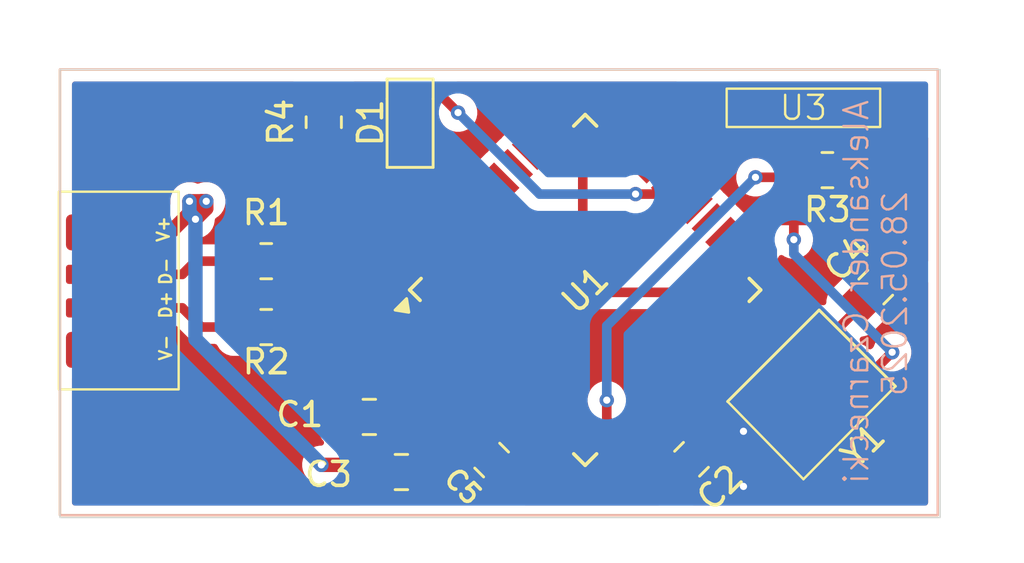
<source format=kicad_pcb>
(kicad_pcb (version 20241229) (generator "pcbnew") (generator_version "9.0")
  (layers (0 "F.Cu" signal) (2 "B.Cu" signal) (13 "F.Paste" user) (15 "B.Paste" user) (5 "F.SilkS" user "F.Silkscreen") (7 "B.SilkS" user "B.Silkscreen") (1 "F.Mask" user) (3 "B.Mask" user) (25 "Edge.Cuts" user))
  (net 0 "")
  (net 1 "GND")
  (net 2 "Net-(U1-UCAP)")
  (net 5 "Net-(U1-XTAL2)")
  (net 10 "Net-(U1-~{RESET})")
  (net 16 "/D+")
  (net 20 "Net-(U1-XTAL1)")
  (net 25 "Net-(D1-A)")
  (net 32 "Net-(U1-VBUS)")
  (net 33 "/D-")
  (net 34 "/D1+")
  (net 35 "+5V")
  (net 38 "Net-(D1-K)")
  (net 39 "/D1-")
  (footprint "Capacitor_SMD:C_0805_2012Metric_Pad1.18x1.45mm_HandSolder" (layer "F.Cu") (at 167.616377 85.083623 45)
    (property "Reference" "C4" (at 0 -1.679999 45) (layer "F.SilkS"))
    (property "Value" "20p")
    (fp_line (start -0.261253 -0.735) (end 0.261253 -0.735) (stroke (width 0.12)) (layer "F.SilkS"))
    (fp_line (start -0.261253 0.735) (end 0.261253 0.735) (stroke (width 0.12)) (layer "F.SilkS"))
    (pad "1" smd roundrect (at -1.0375 0 45) (size 1.175 1.45) (layers "F.Cu" "F.Mask" "F.Paste") (roundrect_rratio 0.212766) (net 20 "Net-(U1-XTAL1)"))
    (pad "2" smd roundrect (at 1.0375 0 45) (size 1.175 1.45) (layers "F.Cu" "F.Mask" "F.Paste") (roundrect_rratio 0.212766) (net 1 "GND"))
  )
  (footprint "Resistor_SMD:R_0805_2012Metric_Pad1.20x1.40mm_HandSolder" (layer "F.Cu") (at 165.6 80.2 180)
    (property "Reference" "R3" (at 0 -1.65 180) (layer "F.SilkS"))
    (property "Value" "10k")
    (fp_line (start -0.227064 0.735) (end 0.227064 0.735) (stroke (width 0.12)) (layer "F.SilkS"))
    (fp_line (start -0.227064 -0.735) (end 0.227064 -0.735) (stroke (width 0.12)) (layer "F.SilkS"))
    (pad "1" smd roundrect (at -1 0 180) (size 1.2 1.4) (layers "F.Cu" "F.Mask" "F.Paste") (roundrect_rratio 0.208333) (net 35 "+5V"))
    (pad "2" smd roundrect (at 1 0 180) (size 1.2 1.4) (layers "F.Cu" "F.Mask" "F.Paste") (roundrect_rratio 0.208333) (net 10 "Net-(U1-~{RESET})"))
  )
  (footprint "Resistor_SMD:R_0805_2012Metric_Pad1.20x1.40mm_HandSolder" (layer "F.Cu") (at 142.2 84 180)
    (property "Reference" "R2" (at 0 -4.2 0) (layer "F.SilkS"))
    (property "Value" "22")
    (fp_line (start -0.227064 0.735) (end 0.227064 0.735) (stroke (width 0.12)) (layer "F.SilkS"))
    (fp_line (start -0.227064 -0.735) (end 0.227064 -0.735) (stroke (width 0.12)) (layer "F.SilkS"))
    (pad "1" smd roundrect (at -1 0 180) (size 1.2 1.4) (layers "F.Cu" "F.Mask" "F.Paste") (roundrect_rratio 0.208333) (net 39 "/D1-"))
    (pad "2" smd roundrect (at 1 0 180) (size 1.2 1.4) (layers "F.Cu" "F.Mask" "F.Paste") (roundrect_rratio 0.208333) (net 33 "/D-"))
  )
  (footprint "LED_SMD:LED_0805_2012Metric_Pad1.15x1.40mm_HandSolder" (layer "F.Cu") (at 148.2 78.224999 90)
    (property "Reference" "D1" (at 0 -1.65 90) (layer "F.SilkS"))
    (property "Value" "LED")
    (fp_line (start 1 -0.96) (end -1.86 -0.96) (stroke (width 0.12)) (layer "F.SilkS"))
    (fp_line (start -1.86 -0.96) (end -1.86 0.96) (stroke (width 0.12)) (layer "F.SilkS"))
    (fp_line (start -1.86 0.96) (end 1 0.96) (stroke (width 0.12)) (layer "F.SilkS"))
    (pad "1" smd roundrect (at -1.025 0 90) (size 1.15 1.4) (layers "F.Cu" "F.Mask" "F.Paste") (roundrect_rratio 0.217391) (net 38 "Net-(D1-K)"))
    (pad "2" smd roundrect (at 1.025 0 90) (size 1.15 1.4) (layers "F.Cu" "F.Mask" "F.Paste") (roundrect_rratio 0.217391) (net 25 "Net-(D1-A)"))
  )
  (footprint "Crystal:Crystal_SMD_3225-4Pin_3.2x2.5mm_HandSoldering" (layer "F.Cu") (at 164.937868 89.538478 -135)
    (property "Reference" "Y1" (at 0 -3.05 225) (layer "F.SilkS"))
    (property "Value" "ASCO")
    (fp_line (start -2.7 2.25) (end 2.7 2.25) (stroke (width 0.12)) (layer "F.SilkS"))
    (fp_line (start -2.7 -2.25) (end -2.7 2.25) (stroke (width 0.12)) (layer "F.SilkS"))
    (pad "1" smd rect (at -1.45 1.15 225) (size 2.1 1.8) (layers "F.Cu" "F.Mask" "F.Paste") (net 20 "Net-(U1-XTAL1)"))
    (pad "2" smd rect (at 1.45 1.15 225) (size 2.1 1.8) (layers "F.Cu" "F.Mask" "F.Paste") (net 1 "GND"))
    (pad "3" smd rect (at 1.45 -1.15 225) (size 2.1 1.8) (layers "F.Cu" "F.Mask" "F.Paste") (net 5 "Net-(U1-XTAL2)"))
    (pad "4" smd rect (at -1.45 -1.15 225) (size 2.1 1.8) (layers "F.Cu" "F.Mask" "F.Paste") (net 35 "+5V"))
  )
  (footprint "Capacitor_SMD:C_0805_2012Metric_Pad1.18x1.45mm_HandSolder" (layer "F.Cu") (at 146.5 90.5 180)
    (property "Reference" "C1" (at 2.9 0.1 0) (layer "F.SilkS"))
    (property "Value" "1u")
    (fp_line (start -0.261253 0.735) (end 0.261253 0.735) (stroke (width 0.12)) (layer "F.SilkS"))
    (fp_line (start -0.261253 -0.735) (end 0.261253 -0.735) (stroke (width 0.12)) (layer "F.SilkS"))
    (pad "1" smd roundrect (at -1.0375 0 180) (size 1.175 1.45) (layers "F.Cu" "F.Mask" "F.Paste") (roundrect_rratio 0.212766) (net 2 "Net-(U1-UCAP)"))
    (pad "2" smd roundrect (at 1.0375 0 180) (size 1.175 1.45) (layers "F.Cu" "F.Mask" "F.Paste") (roundrect_rratio 0.212766) (net 1 "GND"))
  )
  (footprint "Capacitor_SMD:C_0805_2012Metric_Pad1.18x1.45mm_HandSolder" (layer "F.Cu") (at 151.6 92.3 135)
    (property "Reference" "C5" (at 0.070711 -1.626346 135) (layer "F.SilkS") (effects (font (size 0.8 0.8))))
    (property "Value" "100n")
    (fp_line (start -0.261253 -0.735) (end 0.261253 -0.735) (stroke (width 0.12)) (layer "F.SilkS"))
    (fp_line (start -0.261253 0.735) (end 0.261253 0.735) (stroke (width 0.12)) (layer "F.SilkS"))
    (pad "1" smd roundrect (at -1.0375 0 135) (size 1.175 1.45) (layers "F.Cu" "F.Mask" "F.Paste") (roundrect_rratio 0.212766) (net 35 "+5V"))
    (pad "2" smd roundrect (at 1.0375 0 135) (size 1.175 1.45) (layers "F.Cu" "F.Mask" "F.Paste") (roundrect_rratio 0.212766) (net 32 "Net-(U1-VBUS)"))
  )
  (footprint "Package_QFP:TQFP-44_10x10mm_P0.8mm" (layer "F.Cu") (at 155.5 85.2 45)
    (property "Reference" "U1" (at 0 0 45) (layer "F.SilkS"))
    (property "Value" "ATmega32U4-A")
    (fp_line (start -5.175 -5.175) (end -5.175001 -4.56) (stroke (width 0.15)) (layer "F.SilkS"))
    (fp_line (start -5.175 -5.175) (end -4.5 -5.175) (stroke (width 0.15)) (layer "F.SilkS"))
    (fp_line (start 5.175 -5.175) (end 4.5 -5.175) (stroke (width 0.15)) (layer "F.SilkS"))
    (fp_line (start 5.175 -5.175) (end 5.175 -4.5) (stroke (width 0.15)) (layer "F.SilkS"))
    (fp_line (start -5.175 5.175) (end -5.175 4.5) (stroke (width 0.15)) (layer "F.SilkS"))
    (fp_line (start -5.175 5.175) (end -4.5 5.175) (stroke (width 0.15)) (layer "F.SilkS"))
    (fp_line (start 5.175 5.175) (end 5.175 4.5) (stroke (width 0.15)) (layer "F.SilkS"))
    (fp_line (start 5.175 5.175) (end 4.5 5.175) (stroke (width 0.15)) (layer "F.SilkS"))
    (fp_poly (pts (xy -5.86 -4.54) (xy -6.2 -5.01) (xy -5.519999 -5.01) (xy -5.86 -4.54)) (stroke (width 0.12)) (fill yes) (layer "F.SilkS"))
    (pad "1" smd rect (at -5.7 -4 45) (size 1.5 0.55) (layers "F.Cu" "F.Mask" "F.Paste"))
    (pad "2" smd rect (at -5.7 -3.2 45) (size 1.5 0.55) (layers "F.Cu" "F.Mask" "F.Paste") (net 35 "+5V"))
    (pad "3" smd rect (at -5.7 -2.4 45) (size 1.5 0.55) (layers "F.Cu" "F.Mask" "F.Paste") (net 39 "/D1-"))
    (pad "4" smd rect (at -5.7 -1.6 45) (size 1.5 0.55) (layers "F.Cu" "F.Mask" "F.Paste") (net 34 "/D1+"))
    (pad "5" smd rect (at -5.7 -0.8 45) (size 1.5 0.55) (layers "F.Cu" "F.Mask" "F.Paste") (net 1 "GND"))
    (pad "6" smd rect (at -5.7 0 45) (size 1.5 0.55) (layers "F.Cu" "F.Mask" "F.Paste") (net 2 "Net-(U1-UCAP)"))
    (pad "7" smd rect (at -5.7 0.8 45) (size 1.5 0.55) (layers "F.Cu" "F.Mask" "F.Paste") (net 32 "Net-(U1-VBUS)"))
    (pad "8" smd rect (at -5.7 1.6 45) (size 1.5 0.55) (layers "F.Cu" "F.Mask" "F.Paste"))
    (pad "9" smd rect (at -5.7 2.4 45) (size 1.5 0.55) (layers "F.Cu" "F.Mask" "F.Paste"))
    (pad "10" smd rect (at -5.7 3.2 45) (size 1.5 0.55) (layers "F.Cu" "F.Mask" "F.Paste"))
    (pad "11" smd rect (at -5.7 4 45) (size 1.5 0.55) (layers "F.Cu" "F.Mask" "F.Paste"))
    (pad "12" smd rect (at -4 5.7 135) (size 1.5 0.55) (layers "F.Cu" "F.Mask" "F.Paste"))
    (pad "13" smd rect (at -3.2 5.7 135) (size 1.5 0.55) (layers "F.Cu" "F.Mask" "F.Paste") (net 10 "Net-(U1-~{RESET})"))
    (pad "14" smd rect (at -2.4 5.7 135) (size 1.5 0.55) (layers "F.Cu" "F.Mask" "F.Paste") (net 35 "+5V"))
    (pad "15" smd rect (at -1.6 5.7 135) (size 1.5 0.55) (layers "F.Cu" "F.Mask" "F.Paste") (net 1 "GND"))
    (pad "16" smd rect (at -0.8 5.7 135) (size 1.5 0.55) (layers "F.Cu" "F.Mask" "F.Paste") (net 5 "Net-(U1-XTAL2)"))
    (pad "17" smd rect (at 0 5.7 135) (size 1.5 0.55) (layers "F.Cu" "F.Mask" "F.Paste") (net 20 "Net-(U1-XTAL1)"))
    (pad "18" smd rect (at 0.8 5.7 135) (size 1.5 0.55) (layers "F.Cu" "F.Mask" "F.Paste"))
    (pad "19" smd rect (at 1.6 5.7 135) (size 1.5 0.55) (layers "F.Cu" "F.Mask" "F.Paste"))
    (pad "20" smd rect (at 2.4 5.7 135) (size 1.5 0.55) (layers "F.Cu" "F.Mask" "F.Paste"))
    (pad "21" smd rect (at 3.2 5.7 135) (size 1.5 0.55) (layers "F.Cu" "F.Mask" "F.Paste"))
    (pad "22" smd rect (at 4 5.7 135) (size 1.5 0.55) (layers "F.Cu" "F.Mask" "F.Paste"))
    (pad "23" smd rect (at 5.7 4 45) (size 1.5 0.55) (layers "F.Cu" "F.Mask" "F.Paste") (net 1 "GND"))
    (pad "24" smd rect (at 5.7 3.2 45) (size 1.5 0.55) (layers "F.Cu" "F.Mask" "F.Paste") (net 35 "+5V"))
    (pad "25" smd rect (at 5.7 2.4 45) (size 1.5 0.55) (layers "F.Cu" "F.Mask" "F.Paste"))
    (pad "26" smd rect (at 5.7 1.6 45) (size 1.5 0.55) (layers "F.Cu" "F.Mask" "F.Paste"))
    (pad "27" smd rect (at 5.7 0.8 45) (size 1.5 0.55) (layers "F.Cu" "F.Mask" "F.Paste"))
    (pad "28" smd rect (at 5.7 0 45) (size 1.5 0.55) (layers "F.Cu" "F.Mask" "F.Paste"))
    (pad "29" smd rect (at 5.7 -0.8 45) (size 1.5 0.55) (layers "F.Cu" "F.Mask" "F.Paste") (net 25 "Net-(D1-A)"))
    (pad "30" smd rect (at 5.7 -1.6 45) (size 1.5 0.55) (layers "F.Cu" "F.Mask" "F.Paste"))
    (pad "31" smd rect (at 5.7 -2.4 45) (size 1.5 0.55) (layers "F.Cu" "F.Mask" "F.Paste"))
    (pad "32" smd rect (at 5.7 -3.2 45) (size 1.5 0.55) (layers "F.Cu" "F.Mask" "F.Paste"))
    (pad "33" smd rect (at 5.7 -4 45) (size 1.5 0.55) (layers "F.Cu" "F.Mask" "F.Paste"))
    (pad "34" smd rect (at 4 -5.7 135) (size 1.5 0.55) (layers "F.Cu" "F.Mask" "F.Paste") (net 35 "+5V"))
    (pad "35" smd rect (at 3.2 -5.7 135) (size 1.5 0.55) (layers "F.Cu" "F.Mask" "F.Paste") (net 1 "GND"))
    (pad "36" smd rect (at 2.4 -5.7 135) (size 1.5 0.55) (layers "F.Cu" "F.Mask" "F.Paste"))
    (pad "37" smd rect (at 1.6 -5.7 135) (size 1.5 0.55) (layers "F.Cu" "F.Mask" "F.Paste"))
    (pad "38" smd rect (at 0.8 -5.7 135) (size 1.5 0.55) (layers "F.Cu" "F.Mask" "F.Paste"))
    (pad "39" smd rect (at 0 -5.7 135) (size 1.5 0.55) (layers "F.Cu" "F.Mask" "F.Paste"))
    (pad "40" smd rect (at -0.8 -5.7 135) (size 1.5 0.55) (layers "F.Cu" "F.Mask" "F.Paste"))
    (pad "41" smd rect (at -1.6 -5.7 135) (size 1.5 0.55) (layers "F.Cu" "F.Mask" "F.Paste"))
    (pad "42" smd rect (at -2.4 -5.7 135) (size 1.5 0.55) (layers "F.Cu" "F.Mask" "F.Paste"))
    (pad "43" smd rect (at -3.2 -5.7 135) (size 1.5 0.55) (layers "F.Cu" "F.Mask" "F.Paste") (net 1 "GND"))
    (pad "44" smd rect (at -4 -5.7 135) (size 1.5 0.55) (layers "F.Cu" "F.Mask" "F.Paste") (net 35 "+5V"))
  )
  (footprint "usb-c-2.0:switch" (layer "F.Cu") (at 164.6 77.6 -90)
    (property "Reference" "U3" (at 0 0 0) (layer "F.SilkS") (effects (font (thickness 0.1))))
    (property "Value" "~")
    (fp_poly (pts (xy -0.8 -3.2) (xy 0.8 -3.2) (xy 0.8 3.2) (xy -0.8 3.2)) (stroke (width 0.1)) (fill no) (layer "F.SilkS"))
    (pad "1" smd roundrect (at 0 -4 270) (size 1.6 1.6) (layers "F.Cu" "F.Mask" "F.Paste") (roundrect_rratio 0.15) (net 1 "GND"))
    (pad "2" smd roundrect (at 0 4 270) (size 1.6 1.6) (layers "F.Cu" "F.Mask" "F.Paste") (roundrect_rratio 0.15) (net 10 "Net-(U1-~{RESET})"))
  )
  (footprint "Resistor_SMD:R_0805_2012Metric_Pad1.20x1.40mm_HandSolder" (layer "F.Cu") (at 144.6 78.2 -90)
    (property "Reference" "R4" (at 0 1.8 90) (layer "F.SilkS"))
    (property "Value" "220")
    (fp_line (start -0.227064 0.735) (end 0.227064 0.735) (stroke (width 0.12)) (layer "F.SilkS"))
    (fp_line (start -0.227064 -0.735) (end 0.227064 -0.735) (stroke (width 0.12)) (layer "F.SilkS"))
    (pad "1" smd roundrect (at -1 0 270) (size 1.2 1.4) (layers "F.Cu" "F.Mask" "F.Paste") (roundrect_rratio 0.208333) (net 1 "GND"))
    (pad "2" smd roundrect (at 1 0 270) (size 1.2 1.4) (layers "F.Cu" "F.Mask" "F.Paste") (roundrect_rratio 0.208333) (net 38 "Net-(D1-K)"))
  )
  (footprint "Capacitor_SMD:C_0805_2012Metric_Pad1.18x1.45mm_HandSolder" (layer "F.Cu") (at 159.933623 92.266377 -135)
    (property "Reference" "C2" (at 0 -1.679999 45) (layer "F.SilkS"))
    (property "Value" "20p")
    (fp_line (start -0.261253 0.735) (end 0.261253 0.735) (stroke (width 0.12)) (layer "F.SilkS"))
    (fp_line (start -0.261253 -0.735) (end 0.261253 -0.735) (stroke (width 0.12)) (layer "F.SilkS"))
    (pad "1" smd roundrect (at -1.0375 0 225) (size 1.175 1.45) (layers "F.Cu" "F.Mask" "F.Paste") (roundrect_rratio 0.212766) (net 5 "Net-(U1-XTAL2)"))
    (pad "2" smd roundrect (at 1.0375 0 225) (size 1.175 1.45) (layers "F.Cu" "F.Mask" "F.Paste") (roundrect_rratio 0.212766) (net 1 "GND"))
  )
  (footprint "Resistor_SMD:R_0805_2012Metric_Pad1.20x1.40mm_HandSolder" (layer "F.Cu") (at 142.2 86.75 180)
    (property "Reference" "R1" (at 0 4.775 0) (layer "F.SilkS"))
    (property "Value" "22")
    (fp_line (start -0.227064 0.735) (end 0.227064 0.735) (stroke (width 0.12)) (layer "F.SilkS"))
    (fp_line (start -0.227064 -0.735) (end 0.227064 -0.735) (stroke (width 0.12)) (layer "F.SilkS"))
    (pad "1" smd roundrect (at -1 0 180) (size 1.2 1.4) (layers "F.Cu" "F.Mask" "F.Paste") (roundrect_rratio 0.208333) (net 34 "/D1+"))
    (pad "2" smd roundrect (at 1 0 180) (size 1.2 1.4) (layers "F.Cu" "F.Mask" "F.Paste") (roundrect_rratio 0.208333) (net 16 "/D+"))
  )
  (footprint "Capacitor_SMD:C_0805_2012Metric_Pad1.18x1.45mm_HandSolder" (layer "F.Cu") (at 147.8375 92.8)
    (property "Reference" "C3" (at -3.0375 0.1 0) (layer "F.SilkS"))
    (property "Value" "10u")
    (fp_line (start -0.261253 -0.735) (end 0.261253 -0.735) (stroke (width 0.12)) (layer "F.SilkS"))
    (fp_line (start -0.261253 0.735) (end 0.261253 0.735) (stroke (width 0.12)) (layer "F.SilkS"))
    (pad "1" smd roundrect (at -1.0375 0) (size 1.175 1.45) (layers "F.Cu" "F.Mask" "F.Paste") (roundrect_rratio 0.212766) (net 35 "+5V"))
    (pad "2" smd roundrect (at 1.0375 0) (size 1.175 1.45) (layers "F.Cu" "F.Mask" "F.Paste") (roundrect_rratio 0.212766) (net 32 "Net-(U1-VBUS)"))
  )
  (footprint "usb-c-2.0:usb-c-2.0-MODULE" (layer "F.Cu") (at 135.6 85.25 90)
    (property "Reference" "U2" (hide yes))
    (property "Value" "USB-C-2.0" (hide yes))
    (fp_rect (start -4.1 -2.05) (end 4.15 2.95) (stroke (width 0.1)) (fill no) (layer "F.SilkS"))
    (fp_text user "V+" (at 2 2.6 90) (layer "F.SilkS") (effects (font (size 0.5 0.5) (thickness 0.1)) (justify left bottom)))
    (fp_text user "V-" (at -2.95 2.7 90) (layer "F.SilkS") (effects (font (size 0.5 0.5) (thickness 0.1)) (justify left bottom)))
    (fp_text user "D+" (at -1.2 2.7 90) (layer "F.SilkS") (effects (font (size 0.5 0.5) (thickness 0.1)) (justify left bottom)))
    (fp_text user "D-" (at 0.2 2.7 90) (layer "F.SilkS") (effects (font (size 0.5 0.5) (thickness 0.1)) (justify left bottom)))
    (pad "1" smd roundrect (at 2.45 0 90) (size 1.5 3.5) (layers "F.Cu" "F.Mask" "F.Paste") (roundrect_rratio 0.15) (net 35 "+5V"))
    (pad "2" smd roundrect (at 0.7 0 90) (size 0.8 3.5) (layers "F.Cu" "F.Mask" "F.Paste") (roundrect_rratio 0.15) (net 33 "/D-"))
    (pad "3" smd roundrect (at -0.7 0 90) (size 0.8 3.5) (layers "F.Cu" "F.Mask" "F.Paste") (roundrect_rratio 0.15) (net 16 "/D+"))
    (pad "4" smd roundrect (at -2.45 0 90) (size 1.5 3.5) (layers "F.Cu" "F.Mask" "F.Paste") (roundrect_rratio 0.15) (net 1 "GND"))
  )
  (gr_line (start 161.437689 89.856676) (end 164.6 93.1) (stroke (width 0.1)) (layer "F.SilkS"))
  (gr_line (start 168.438047 89.22028) (end 164.6 93.1) (stroke (width 0.1)) (layer "F.SilkS"))
  (gr_rect (start 133.6 76) (end 170.2 94.6) (stroke (width 0.1)) (fill no) (layer "F.SilkS"))
  (gr_line (start 149.16 77.224999) (end 149.16 76.4) (stroke (width 0.12)) (layer "F.SilkS"))
  (gr_line (start 147.24 77.224999) (end 147.24 76.4) (stroke (width 0.12)) (layer "F.SilkS"))
  (gr_line (start 149.16 76.4) (end 147.24 76.4) (stroke (width 0.12)) (layer "F.SilkS"))
  (gr_rect (start 133.6 76) (end 170.2 94.6) (stroke (width 0.1)) (fill no) (layer "B.SilkS"))
  (gr_rect (start 133.6 76) (end 170.3 94.7) (stroke (width 0.05)) (fill no) (layer "Edge.Cuts"))
  (gr_text "Aleksander Czarnecki\n     28.05.2025" (at 169 77.2 90) (layer "B.SilkS") (effects (font (size 1 1) (thickness 0.1)) (justify left bottom mirror)))
  (segment (start 159.2 91.162742) (end 158.399138 90.36188) (width 0.4) (layer "F.Cu") (net 1))
  (segment (start 159.2 93) (end 160.1 93) (width 0.4) (layer "F.Cu") (net 1))
  (segment (start 158.399138 90.299138) (end 157.5 89.4) (width 0.4) (layer "F.Cu") (net 1))
  (segment (start 151.8 87.8) (end 150.935177 88.664823) (width 0.4) (layer "F.Cu") (net 1))
  (segment (start 152.862742 78.037259) (end 152.862741 78.037259) (width 0.4) (layer "F.Cu") (net 1))
  (segment (start 152.825483 78) (end 152.862741 78.037259) (width 0.4) (layer "F.Cu") (net 1))
  (segment (start 160.1 93) (end 160.7 93.6) (width 0.4) (layer "F.Cu") (net 1))
  (segment (start 159.2 93) (end 159.2 91.162742) (width 0.4) (layer "F.Cu") (net 1))
  (segment (start 149.20675 83.40675) (end 148.4 82.6) (width 0.4) (layer "F.Cu") (net 1))
  (segment (start 149.20675 83.432233) (end 149.20675 83.40675) (width 0.4) (layer "F.Cu") (net 1))
  (segment (start 158.399138 90.36188) (end 158.399138 90.299138) (width 0.4) (layer "F.Cu") (net 1))
  (segment (start 153.732233 78.90675) (end 152.862742 78.037259) (width 0.4) (layer "F.Cu") (net 1))
  (segment (start 152.8 78) (end 152.825483 78) (width 0.4) (layer "F.Cu") (net 1))
  (segment (start 152.862741 78.037259) (end 152.918353 78.09287) (width 0.4) (layer "F.Cu") (net 1))
  (segment (start 150.903806 88.664823) (end 150.935177 88.664823) (width 0.4) (layer "F.Cu") (net 1))
  (via (at 162.1 93.4) (size 0.6) (drill 0.3) (layers "F.Cu" "B.Cu") (net 1))
  (via (at 162.1 91.1) (size 0.6) (drill 0.3) (layers "F.Cu" "B.Cu") (net 1))
  (segment (start 162.1 93.4) (end 162.1 91.1) (width 0.4) (layer "B.Cu") (net 1))
  (segment (start 147.5375 90.5) (end 150.2 90.5) (width 0.4) (layer "F.Cu") (net 2))
  (segment (start 150.2 90.5) (end 151.469491 89.230509) (width 0.4) (layer "F.Cu") (net 2))
  (segment (start 160.667246 91.532754) (end 161.534492 92.4) (width 0.4) (layer "F.Cu") (net 5))
  (segment (start 163.7 92.4) (end 163.8 92.3) (width 0.4) (layer "F.Cu") (net 5))
  (segment (start 158.964823 89.830331) (end 160.667246 91.532754) (width 0.4) (layer "F.Cu") (net 5))
  (segment (start 163.802692 92.3) (end 164.725736 91.376956) (width 0.4) (layer "F.Cu") (net 5))
  (segment (start 158.964823 89.796194) (end 158.964823 89.830331) (width 0.4) (layer "F.Cu") (net 5))
  (segment (start 161.534492 92.4) (end 163.7 92.4) (width 0.4) (layer "F.Cu") (net 5))
  (segment (start 163.8 92.3) (end 163.802692 92.3) (width 0.4) (layer "F.Cu") (net 5))
  (segment (start 160.6 77.6) (end 162 77.6) (width 0.4) (layer "F.Cu") (net 10))
  (segment (start 157.267767 91.49325) (end 156.4 90.625483) (width 0.4) (layer "F.Cu") (net 10))
  (segment (start 164.3 80.5) (end 164.6 80.2) (width 0.4) (layer "F.Cu") (net 10))
  (segment (start 156.4 90.625483) (end 156.4 89.8) (width 0.4) (layer "F.Cu") (net 10))
  (segment (start 162.6 80.5) (end 164.3 80.5) (width 0.4) (layer "F.Cu") (net 10))
  (segment (start 162 77.6) (end 164.6 80.2) (width 0.4) (layer "F.Cu") (net 10))
  (via (at 162.6 80.5) (size 0.6) (drill 0.3) (layers "F.Cu" "B.Cu") (net 10))
  (via (at 156.4 89.8) (size 0.6) (drill 0.3) (layers "F.Cu" "B.Cu") (net 10))
  (segment (start 156.4 86.7) (end 162.6 80.5) (width 0.4) (layer "B.Cu") (net 10))
  (segment (start 156.4 89.8) (end 156.4 86.7) (width 0.4) (layer "B.Cu") (net 10))
  (segment (start 141.1 87.025) (end 141.2 87.025) (width 0.2) (layer "F.Cu") (net 16))
  (segment (start 139.5 86.75) (end 141.2 86.75) (width 0.4) (layer "F.Cu") (net 16))
  (segment (start 135.6 85.95) (end 138.7 85.95) (width 0.4) (layer "F.Cu") (net 16))
  (segment (start 138.7 85.95) (end 139.5 86.75) (width 0.4) (layer "F.Cu") (net 16))
  (segment (start 160.1 89.8) (end 159.530509 89.230509) (width 0.4) (layer "F.Cu") (net 20))
  (segment (start 166.882754 85.817246) (end 166.882754 85.967246) (width 0.4) (layer "F.Cu") (net 20))
  (segment (start 166.882754 85.967246) (end 165.15 87.7) (width 0.4) (layer "F.Cu") (net 20))
  (segment (start 161 89.8) (end 160.1 89.8) (width 0.4) (layer "F.Cu") (net 20))
  (segment (start 163.1 87.7) (end 161 89.8) (width 0.4) (layer "F.Cu") (net 20))
  (segment (start 165.15 87.7) (end 163.1 87.7) (width 0.4) (layer "F.Cu") (net 20))
  (segment (start 158.368629 81.2) (end 158.964823 80.603806) (width 0.4) (layer "F.Cu") (net 25))
  (segment (start 148.2 77.2) (end 149.6 77.2) (width 0.4) (layer "F.Cu") (net 25))
  (segment (start 149.6 77.2) (end 150.2 77.8) (width 0.4) (layer "F.Cu") (net 25))
  (segment (start 157.6 81.2) (end 158.368629 81.2) (width 0.4) (layer "F.Cu") (net 25))
  (via (at 157.6 81.2) (size 0.6) (drill 0.3) (layers "F.Cu" "B.Cu") (net 25))
  (via (at 150.2 77.8) (size 0.6) (drill 0.3) (layers "F.Cu" "B.Cu") (net 25))
  (segment (start 153.6 81.2) (end 157.6 81.2) (width 0.4) (layer "B.Cu") (net 25))
  (segment (start 150.2 77.8) (end 153.6 81.2) (width 0.4) (layer "B.Cu") (net 25))
  (segment (start 148.875 92.8) (end 149.632754 92.8) (width 0.4) (layer "F.Cu") (net 32))
  (segment (start 149.632754 92.8) (end 150.866377 91.566377) (width 0.4) (layer "F.Cu") (net 32))
  (segment (start 135.65 84.5) (end 135.6 84.55) (width 0.4) (layer "F.Cu") (net 33))
  (segment (start 138.7 84.55) (end 139.25 84) (width 0.4) (layer "F.Cu") (net 33))
  (segment (start 135.6 84.55) (end 138.7 84.55) (width 0.4) (layer "F.Cu") (net 33))
  (segment (start 139.25 84) (end 141.2 84) (width 0.4) (layer "F.Cu") (net 33))
  (segment (start 144.74038 85.95) (end 147.79038 89) (width 0.4) (layer "F.Cu") (net 34))
  (segment (start 150.090634 88.099138) (end 150.33812 88.099138) (width 0.2) (layer "F.Cu") (net 34))
  (segment (start 143.2 87.025) (end 143.3 87.025) (width 0.4) (layer "F.Cu") (net 34))
  (segment (start 149.437258 89) (end 150.33812 88.099138) (width 0.4) (layer "F.Cu") (net 34))
  (segment (start 150.232055 88.099138) (end 150.33812 88.099138) (width 0.4) (layer "F.Cu") (net 34))
  (segment (start 144.1 85.95) (end 144.74038 85.95) (width 0.4) (layer "F.Cu") (net 34))
  (segment (start 143.2 86.75) (end 143.3 86.75) (width 0.4) (layer "F.Cu") (net 34))
  (segment (start 147.79038 89) (end 149.437258 89) (width 0.4) (layer "F.Cu") (net 34))
  (segment (start 143.3 86.75) (end 144.1 85.95) (width 0.4) (layer "F.Cu") (net 34))
  (segment (start 139.5 81.5) (end 139.7 81.5) (width 0.6) (layer "F.Cu") (net 35))
  (segment (start 148.641064 83.997918) (end 148.641064 84.041064) (width 0.4) (layer "F.Cu") (net 35))
  (segment (start 149.20675 86.967767) (end 150.387258 85.787258) (width 0.4) (layer "F.Cu") (net 35))
  (segment (start 150.387258 85.787258) (end 150.874517 85.3) (width 0.4) (layer "F.Cu") (net 35))
  (segment (start 135.6 82.8) (end 138.2 82.8) (width 0.6) (layer "F.Cu") (net 35))
  (segment (start 155.4 79.443146) (end 155.4 85.3) (width 0.4) (layer "F.Cu") (net 35))
  (segment (start 151.441246 93.926) (end 152.333623 93.033623) (width 0.4) (layer "F.Cu") (net 35))
  (segment (start 162.925483 82.3) (end 161.79325 83.432233) (width 0.4) (layer "F.Cu") (net 35))
  (segment (start 150.874517 85.3) (end 155.4 85.3) (width 0.4) (layer "F.Cu") (net 35))
  (segment (start 139 81.5) (end 139.7 81.5) (width 0.6) (layer "F.Cu") (net 35))
  (segment (start 164.3 82.3) (end 162.925483 82.3) (width 0.4) (layer "F.Cu") (net 35))
  (segment (start 166.6 81.6) (end 165.9 82.3) (width 0.4) (layer "F.Cu") (net 35))
  (segment (start 139.7 81.8) (end 139.7 81.5) (width 0.6) (layer "F.Cu") (net 35))
  (segment (start 146.5 92.5) (end 146.8 92.8) (width 0.6) (layer "F.Cu") (net 35))
  (segment (start 144.5 92.5) (end 146.5 92.5) (width 0.6) (layer "F.Cu") (net 35))
  (segment (start 165.9 82.3) (end 164.3 82.3) (width 0.4) (layer "F.Cu") (net 35))
  (segment (start 166.6 80.2) (end 166.6 81.6) (width 0.4) (layer "F.Cu") (net 35))
  (segment (start 139 81.5) (end 139 82) (width 0.6) (layer "F.Cu") (net 35))
  (segment (start 159.925483 85.3) (end 161.79325 83.432233) (width 0.4) (layer "F.Cu") (net 35))
  (segment (start 139.25 82.25) (end 139.7 81.8) (width 0.6) (layer "F.Cu") (net 35))
  (segment (start 139 82) (end 139.25 82.25) (width 0.6) (layer "F.Cu") (net 35))
  (segment (start 166.776346 89.323654) (end 168.3 87.8) (width 0.4) (layer "F.Cu") (net 35))
  (segment (start 138.2 82.8) (end 139 82) (width 0.6) (layer "F.Cu") (net 35))
  (segment (start 148.641064 84.041064) (end 150.387258 85.787258) (width 0.4) (layer "F.Cu") (net 35))
  (segment (start 164.2 83.1) (end 164.2 82.4) (width 0.4) (layer "F.Cu") (net 35))
  (segment (start 166.776346 89.326346) (end 166.776346 89.323654) (width 0.4) (layer "F.Cu") (net 35))
  (segment (start 164.2 82.4) (end 164.3 82.3) (width 0.4) (layer "F.Cu") (net 35))
  (segment (start 139 82) (end 139.5 81.5) (width 0.6) (layer "F.Cu") (net 35))
  (segment (start 147.926 93.926) (end 151.441246 93.926) (width 0.4) (layer "F.Cu") (net 35))
  (segment (start 155.4 85.3) (end 159.925483 85.3) (width 0.4) (layer "F.Cu") (net 35))
  (segment (start 146.8 92.8) (end 147.926 93.926) (width 0.4) (layer "F.Cu") (net 35))
  (segment (start 154.297918 78.341064) (end 155.4 79.443146) (width 0.4) (layer "F.Cu") (net 35))
  (via (at 144.5 92.5) (size 0.6) (drill 0.3) (layers "F.Cu" "B.Cu") (net 35))
  (via (at 168.3 87.8) (size 0.6) (drill 0.3) (layers "F.Cu" "B.Cu") (net 35))
  (via (at 139.25 82.25) (size 0.6) (drill 0.3) (layers "F.Cu" "B.Cu") (net 35))
  (via (at 139.7 81.5) (size 0.6) (drill 0.3) (layers "F.Cu" "B.Cu") (net 35))
  (via (at 164.2 83.1) (size 0.6) (drill 0.3) (layers "F.Cu" "B.Cu") (net 35))
  (via (at 139 81.5) (size 0.6) (drill 0.3) (layers "F.Cu" "B.Cu") (net 35))
  (segment (start 139.25 87.25) (end 139.25 82.25) (width 0.6) (layer "B.Cu") (net 35))
  (segment (start 164.2 83.7) (end 164.2 83.1) (width 0.4) (layer "B.Cu") (net 35))
  (segment (start 139 81.5) (end 139 82) (width 0.6) (layer "B.Cu") (net 35))
  (segment (start 139 82) (end 139.25 82.25) (width 0.6) (layer "B.Cu") (net 35))
  (segment (start 144.5 92.5) (end 139.25 87.25) (width 0.6) (layer "B.Cu") (net 35))
  (segment (start 168.3 87.8) (end 164.2 83.7) (width 0.4) (layer "B.Cu") (net 35))
  (segment (start 144.649998 79.249998) (end 144.6 79.2) (width 0.4) (layer "F.Cu") (net 38))
  (segment (start 148.2 79.249998) (end 144.649998 79.249998) (width 0.4) (layer "F.Cu") (net 38))
  (segment (start 147.95962 88.25) (end 149.055887 88.25) (width 0.4) (layer "F.Cu") (net 39))
  (segment (start 149.65675 87.649137) (end 149.772435 87.533452) (width 0.2) (layer "F.Cu") (net 39))
  (segment (start 149.772435 87.780939) (end 149.772435 87.533452) (width 0.2) (layer "F.Cu") (net 39))
  (segment (start 143.2 84) (end 143.70962 84) (width 0.4) (layer "F.Cu") (net 39))
  (segment (start 149.772435 87.639518) (end 149.772435 87.533452) (width 0.4) (layer "F.Cu") (net 39))
  (segment (start 143.2 84.5) (end 143.3 84.5) (width 0.4) (layer "F.Cu") (net 39))
  (segment (start 143.70962 84) (end 147.95962 88.25) (width 0.4) (layer "F.Cu") (net 39))
  (segment (start 149.055887 88.25) (end 149.772435 87.533452) (width 0.4) (layer "F.Cu") (net 39))
  (zone (net 1) (net_name "GND") (layer "F.Cu") (connect_pads (clearance 0.5)) (min_thickness 0.25) (fill yes (thermal_gap 0.5) (thermal_bridge_width 0.5))
    (polygon (pts (xy 133.2 74.3) (xy 172.3 74.6) (xy 171.8 96.5) (xy 131.1 95.7) (xy 133.2 74.4)))
  )
  (zone (net 1) (net_name "GND") (layer "B.Cu") (priority 1) (connect_pads (clearance 0.5)) (min_thickness 0.25) (fill yes (thermal_gap 0.5) (thermal_bridge_width 0.5))
    (polygon (pts (xy 132.3 74.5) (xy 172.9 73.1) (xy 173.8 96.6) (xy 131.1 95.4)))
  )
)
</source>
